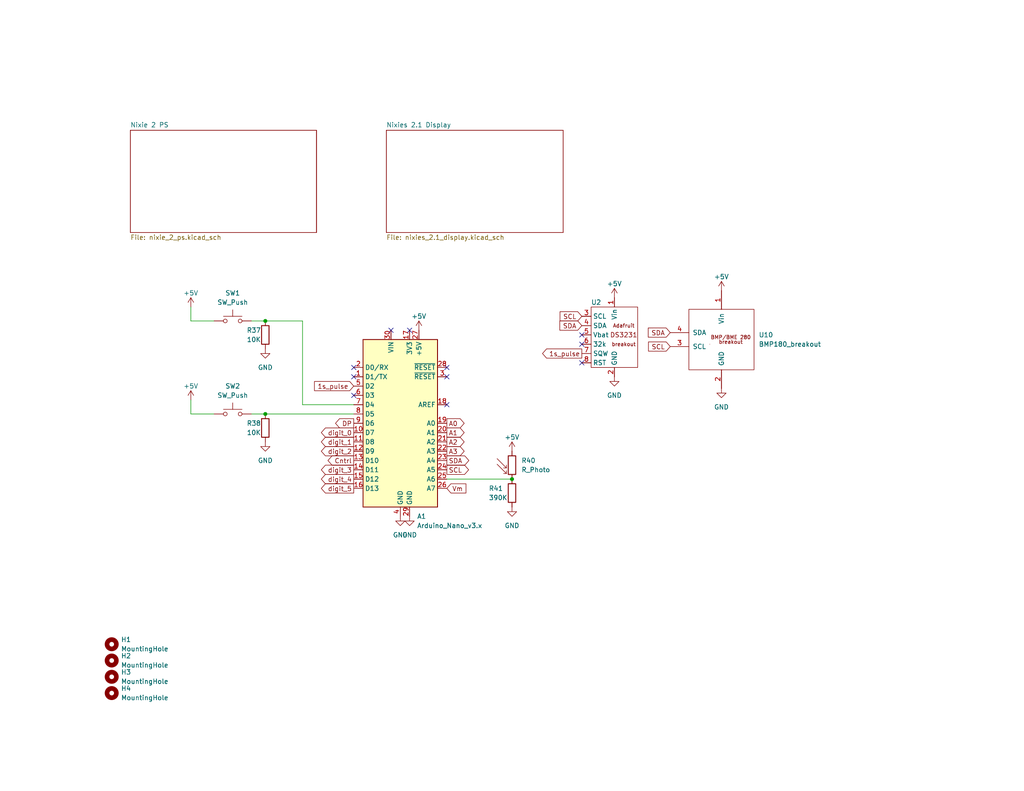
<source format=kicad_sch>
(kicad_sch (version 20230121) (generator eeschema)
  (paper "A")
  (title_block (title "Nixie 2.1 Six Multiplexed X57xM Tubes") (date "2023-01-07") (company "James Gallagher"))
  (lib_symbols
    (symbol "Device:R" (pin_numbers hide) (pin_names (offset 0))
      (property "Reference" "R" (at 2.032 0 90))
      (property "Value" "R" (at 0 0 90))
      (symbol "R_0_1"
        (rectangle (start -1.016 -2.54) (end 1.016 2.54) (stroke (width 0.254)))
      )
      (symbol "R_1_1"
        (pin passive line (at 0 3.81 270) (length 1.27) (name "~") (number "1"))
        (pin passive line (at 0 -3.81 90) (length 1.27) (name "~") (number "2"))
      )
    )
    (symbol "Device:R_Photo" (pin_numbers hide) (pin_names (offset 0))
      (property "Reference" "R" (at 1.27 1.27 0))
      (property "Value" "R_Photo" (at 1.27 0 0))
      (symbol "R_Photo_0_1"
        (rectangle (start -1.016 2.54) (end 1.016 -2.54) (stroke (width 0.254)))
        (polyline (pts (xy -1.524 -2.286) (xy -4.064 0.254)))
        (polyline (pts (xy -1.524 -2.286) (xy -2.286 -2.286)))
        (polyline (pts (xy -1.524 -2.286) (xy -1.524 -1.524)))
        (polyline (pts (xy -1.524 -0.762) (xy -4.064 1.778)))
        (polyline (pts (xy -1.524 -0.762) (xy -2.286 -0.762)))
        (polyline (pts (xy -1.524 -0.762) (xy -1.524 0)))
      )
      (symbol "R_Photo_1_1"
        (pin passive line (at 0 3.81 270) (length 1.27) (name "~") (number "1"))
        (pin passive line (at 0 -3.81 90) (length 1.27) (name "~") (number "2"))
      )
    )
    (symbol "Mechanical:MountingHole" (pin_names (offset 1.016))
      (property "Reference" "H" (at 0 5.08 0))
      (property "Value" "MountingHole" (at 0 3.175 0))
      (symbol "MountingHole_0_1"
        (circle (center 0 0) (radius 1.27) (stroke (width 1.27)))
      )
    )
    (symbol "Switch:SW_Push" (pin_numbers hide) (pin_names (offset 1.016) hide)
      (property "Reference" "SW" (at 1.27 2.54 0))
      (property "Value" "SW_Push" (at 0 -1.524 0))
      (symbol "SW_Push_0_1"
        (circle (center -2.032 0) (radius 0.508))
        (polyline (pts (xy 0 1.27) (xy 0 3.048)))
        (polyline (pts (xy 2.54 1.27) (xy -2.54 1.27)))
        (circle (center 2.032 0) (radius 0.508))
        (pin passive line (at -5.08 0 0) (length 2.54) (name "1") (number "1"))
        (pin passive line (at 5.08 0 180) (length 2.54) (name "2") (number "2"))
      )
    )
    (symbol "nixie-tube-clock-2.1:Adafruit_DS3231_breakout"
      (property "Reference" "U" (at 0 0 0))
      (property "Value" "Adafruit_DS3231_breakout" (at 5.08 -19.05 0))
      (symbol "Adafruit_DS3231_breakout_0_0"
        (text "Adafruit" (at 8.89 -5.08 0) (effects (font (size 1 1))))
        (text "breakout" (at 8.89 -10.16 0) (effects (font (size 1 1))))
        (text "DS3231" (at 8.89 -7.62 0) (effects (font (size 1.27 1.27))))
      )
      (symbol "Adafruit_DS3231_breakout_0_1"
        (rectangle (start 0 0) (end 12.7 -16.51))
      )
      (symbol "Adafruit_DS3231_breakout_1_1"
        (pin power_in line (at 6.35 2.54 270) (length 2.54) (name "Vin") (number "1"))
        (pin power_in line (at 6.35 -19.05 90) (length 2.54) (name "GND") (number "2"))
        (pin input line (at -2.54 -2.54 0) (length 2.54) (name "SCL") (number "3"))
        (pin bidirectional line (at -2.54 -5.08 0) (length 2.54) (name "SDA") (number "4"))
        (pin power_in line (at -2.54 -7.62 0) (length 2.54) (name "Vbat") (number "5"))
        (pin open_collector line (at -2.54 -10.16 0) (length 2.54) (name "32k") (number "6"))
        (pin open_collector line (at -2.54 -12.7 0) (length 2.54) (name "SQW") (number "7"))
        (pin input line (at -2.54 -15.24 0) (length 2.54) (name "RST") (number "8"))
      )
    )
    (symbol "nixie-tube-clock-2.1:Arduino_Nano_v3.x"
      (property "Reference" "A" (at -10.16 23.495 0))
      (property "Value" "Arduino_Nano_v3.x" (at 5.08 -24.13 0))
      (symbol "Arduino_Nano_v3.x_0_1"
        (rectangle (start -10.16 22.86) (end 10.16 -22.86) (stroke (width 0.254)) (fill (type background)))
      )
      (symbol "Arduino_Nano_v3.x_1_1"
        (pin bidirectional line (at -12.7 12.7 0) (length 2.54) (name "D1/TX") (number "1"))
        (pin bidirectional line (at -12.7 -2.54 0) (length 2.54) (name "D7") (number "10"))
        (pin bidirectional line (at -12.7 -5.08 0) (length 2.54) (name "D8") (number "11"))
        (pin bidirectional line (at -12.7 -7.62 0) (length 2.54) (name "D9") (number "12"))
        (pin bidirectional line (at -12.7 -10.16 0) (length 2.54) (name "D10") (number "13"))
        (pin bidirectional line (at -12.7 -12.7 0) (length 2.54) (name "D11") (number "14"))
        (pin bidirectional line (at -12.7 -15.24 0) (length 2.54) (name "D12") (number "15"))
        (pin bidirectional line (at -12.7 -17.78 0) (length 2.54) (name "D13") (number "16"))
        (pin power_out line (at 2.54 25.4 270) (length 2.54) (name "3V3") (number "17"))
        (pin input line (at 12.7 5.08 180) (length 2.54) (name "AREF") (number "18"))
        (pin bidirectional line (at 12.7 0 180) (length 2.54) (name "A0") (number "19"))
        (pin bidirectional line (at -12.7 15.24 0) (length 2.54) (name "D0/RX") (number "2"))
        (pin bidirectional line (at 12.7 -2.54 180) (length 2.54) (name "A1") (number "20"))
        (pin bidirectional line (at 12.7 -5.08 180) (length 2.54) (name "A2") (number "21"))
        (pin bidirectional line (at 12.7 -7.62 180) (length 2.54) (name "A3") (number "22"))
        (pin bidirectional line (at 12.7 -10.16 180) (length 2.54) (name "A4") (number "23"))
        (pin bidirectional line (at 12.7 -12.7 180) (length 2.54) (name "A5") (number "24"))
        (pin bidirectional line (at 12.7 -15.24 180) (length 2.54) (name "A6") (number "25"))
        (pin bidirectional line (at 12.7 -17.78 180) (length 2.54) (name "A7") (number "26"))
        (pin power_in line (at 5.08 25.4 270) (length 2.54) (name "+5V") (number "27"))
        (pin input line (at 12.7 15.24 180) (length 2.54) (name "~{RESET}") (number "28"))
        (pin power_in line (at 2.54 -25.4 90) (length 2.54) (name "GND") (number "29"))
        (pin input line (at 12.7 12.7 180) (length 2.54) (name "~{RESET}") (number "3"))
        (pin power_in line (at -2.54 25.4 270) (length 2.54) (name "VIN") (number "30"))
        (pin power_in line (at 0 -25.4 90) (length 2.54) (name "GND") (number "4"))
        (pin bidirectional line (at -12.7 10.16 0) (length 2.54) (name "D2") (number "5"))
        (pin bidirectional line (at -12.7 7.62 0) (length 2.54) (name "D3") (number "6"))
        (pin bidirectional line (at -12.7 5.08 0) (length 2.54) (name "D4") (number "7"))
        (pin bidirectional line (at -12.7 2.54 0) (length 2.54) (name "D5") (number "8"))
        (pin bidirectional line (at -12.7 0 0) (length 2.54) (name "D6") (number "9"))
      )
    )
    (symbol "nixie-tube-clock-2.1:BMP180_breakout" (pin_names (offset 1.016))
      (property "Reference" "U" (at -1.27 1.27 0))
      (property "Value" "BMP180_breakout" (at 8.89 -33.02 0))
      (symbol "BMP180_breakout_0_0"
        (text "BMP/BME 280" (at 11.43 -7.62 0) (effects (font (size 1 1))))
        (text "breakout" (at 11.43 -8.89 0) (effects (font (size 1 1))))
      )
      (symbol "BMP180_breakout_0_1"
        (rectangle (start 0 0) (end 17.78 -16.51))
        (rectangle (start 5.715 -9.525) (end 5.715 -9.525))
      )
      (symbol "BMP180_breakout_1_1"
        (pin power_in line (at 8.89 5.08 270) (length 5.08) (name "Vin") (number "1"))
        (pin power_in line (at 8.89 -21.59 90) (length 5.08) (name "GND") (number "2"))
        (pin input line (at -5.08 -10.16 0) (length 5.08) (name "SCL") (number "3"))
        (pin bidirectional line (at -5.08 -6.35 0) (length 5.08) (name "SDA") (number "4"))
      )
    )
    (symbol "power:+5V" (power) (pin_names (offset 0))
      (property "Value" "+5V" (at 0 3.556 0))
      (symbol "+5V_0_1"
        (polyline (pts (xy -0.762 1.27) (xy 0 2.54)))
        (polyline (pts (xy 0 0) (xy 0 2.54)))
        (polyline (pts (xy 0 2.54) (xy 0.762 1.27)))
      )
      (symbol "+5V_1_1"
        (pin power_in line (at 0 0 90) (length 0) hide (name "+5V") (number "1"))
      )
    )
    (symbol "power:GND" (power) (pin_names (offset 0))
      (property "Value" "GND" (at 0 -3.81 0))
      (symbol "GND_0_1"
        (polyline (pts (xy 0 0) (xy 0 -1.27) (xy 1.27 -1.27) (xy 0 -2.54) (xy -1.27 -1.27) (xy 0 -1.27)))
      )
      (symbol "GND_1_1"
        (pin power_in line (at 0 0 270) (length 0) hide (name "GND") (number "1"))
      )
    )
  )
  (junction (at 72.39 87.63))
  (junction (at 139.7 130.81))
  (junction (at 72.39 113.03))
  (no_connect (at 158.75 91.44))
  (no_connect (at 158.75 93.98))
  (no_connect (at 158.75 99.06))
  (no_connect (at 121.92 110.49))
  (no_connect (at 96.52 102.87))
  (no_connect (at 96.52 100.33))
  (no_connect (at 121.92 102.87))
  (no_connect (at 121.92 100.33))
  (no_connect (at 106.68 90.17))
  (no_connect (at 111.76 90.17))
  (no_connect (at 96.52 107.95))
  (wire (pts (xy 96.52 110.49) (xy 82.55 110.49)))
  (wire (pts (xy 121.92 130.81) (xy 139.7 130.81)))
  (wire (pts (xy 72.39 113.03) (xy 96.52 113.03)))
  (wire (pts (xy 52.07 83.82) (xy 52.07 87.63)))
  (wire (pts (xy 68.58 87.63) (xy 72.39 87.63)))
  (wire (pts (xy 82.55 110.49) (xy 82.55 87.63)))
  (wire (pts (xy 72.39 87.63) (xy 82.55 87.63)))
  (wire (pts (xy 52.07 87.63) (xy 58.42 87.63)))
  (wire (pts (xy 52.07 113.03) (xy 58.42 113.03)))
  (wire (pts (xy 68.58 113.03) (xy 72.39 113.03)))
  (wire (pts (xy 52.07 109.22) (xy 52.07 113.03)))
  (global_label "digit_4" (shape output) (at 96.52 130.81 180) (property "Intersheetrefs" "${INTERSHEET_REFS}" (effects hide)))
  (global_label "digit_0" (shape output) (at 96.52 118.11 180) (property "Intersheetrefs" "${INTERSHEET_REFS}" (effects hide)))
  (global_label "SCL" (shape input) (at 158.75 86.36 180) (property "Intersheetrefs" "${INTERSHEET_REFS}" (effects hide)))
  (global_label "DP" (shape output) (at 96.52 115.57 180) (property "Intersheetrefs" "${INTERSHEET_REFS}" (effects hide)))
  (global_label "SDA" (shape input) (at 182.88 90.805 180) (property "Intersheetrefs" "${INTERSHEET_REFS}" (effects hide)))
  (global_label "digit_2" (shape output) (at 96.52 123.19 180) (property "Intersheetrefs" "${INTERSHEET_REFS}" (effects hide)))
  (global_label "SDA" (shape input) (at 158.75 88.9 180) (property "Intersheetrefs" "${INTERSHEET_REFS}" (effects hide)))
  (global_label "A0" (shape output) (at 121.92 115.57 0) (property "Intersheetrefs" "${INTERSHEET_REFS}" (effects hide)))
  (global_label "SDA" (shape output) (at 121.92 125.73 0) (property "Intersheetrefs" "${INTERSHEET_REFS}" (effects hide)))
  (global_label "Cntrl" (shape output) (at 96.52 125.73 180) (property "Intersheetrefs" "${INTERSHEET_REFS}" (effects hide)))
  (global_label "SCL" (shape input) (at 182.88 94.615 180) (property "Intersheetrefs" "${INTERSHEET_REFS}" (effects hide)))
  (global_label "SCL" (shape output) (at 121.92 128.27 0) (property "Intersheetrefs" "${INTERSHEET_REFS}" (effects hide)))
  (global_label "A3" (shape output) (at 121.92 123.19 0) (property "Intersheetrefs" "${INTERSHEET_REFS}" (effects hide)))
  (global_label "A2" (shape output) (at 121.92 120.65 0) (property "Intersheetrefs" "${INTERSHEET_REFS}" (effects hide)))
  (global_label "1s_pulse" (shape input) (at 96.52 105.41 180) (property "Intersheetrefs" "${INTERSHEET_REFS}" (effects hide)))
  (global_label "digit_1" (shape output) (at 96.52 120.65 180) (property "Intersheetrefs" "${INTERSHEET_REFS}" (effects hide)))
  (global_label "digit_5" (shape output) (at 96.52 133.35 180) (property "Intersheetrefs" "${INTERSHEET_REFS}" (effects hide)))
  (global_label "A1" (shape output) (at 121.92 118.11 0) (property "Intersheetrefs" "${INTERSHEET_REFS}" (effects hide)))
  (global_label "digit_3" (shape output) (at 96.52 128.27 180) (property "Intersheetrefs" "${INTERSHEET_REFS}" (effects hide)))
  (global_label "1s_pulse" (shape output) (at 158.75 96.52 180) (property "Intersheetrefs" "${INTERSHEET_REFS}" (effects hide)))
  (global_label "Vm" (shape input) (at 121.92 133.35 0) (property "Intersheetrefs" "${INTERSHEET_REFS}" (effects hide)))
  (symbol (lib_id "power:GND") (at 109.22 140.97 0) (unit 1)
    (property "Reference" "#PWR0124" (effects hide))
    (property "Value" "GND" (at 109.22 146.05 0))
  )
  (symbol (lib_id "Mechanical:MountingHole") (at 30.48 175.895 0) (unit 1)
    (property "Reference" "H1" (at 33.02 174.6249 0) (effects (justify left)))
    (property "Value" "MountingHole" (at 33.02 177.1649 0) (effects (justify left)))
    (property "Footprint" "MountingHole:MountingHole_3mm" (effects hide))
  )
  (symbol (lib_id "nixie-tube-clock-2.1:Adafruit_DS3231_breakout") (at 161.29 83.82 0) (unit 1) (in_bom no)
    (property "Reference" "U2" (at 161.29 82.55 0) (effects (justify left)))
    (property "Value" "Adafruit_DS3231_breakout" (effects hide))
    (property "Footprint" "nixie-2.1-footprints:Adafruit_DS3231_breakout" (effects hide))
  )
  (symbol (lib_id "power:GND") (at 167.64 102.87 0) (unit 1)
    (property "Reference" "#PWR0128" (effects hide))
    (property "Value" "GND" (at 167.64 107.95 0))
  )
  (symbol (lib_id "Switch:SW_Push") (at 63.5 87.63 0) (unit 1)
    (property "Reference" "SW1" (at 63.5 80.01 0))
    (property "Value" "SW_Push" (at 63.5 82.55 0))
    (property "Footprint" "Button_Switch_THT:SW_PUSH_6mm" (effects hide))
  )
  (symbol (lib_id "power:GND") (at 72.39 120.65 0) (unit 1)
    (property "Reference" "#PWR0122" (effects hide))
    (property "Value" "GND" (at 72.39 125.73 0))
  )
  (symbol (lib_id "power:+5V") (at 196.85 79.375 0) (unit 1)
    (property "Reference" "#PWR035" (effects hide))
    (property "Value" "+5V" (at 196.85 75.565 0))
  )
  (symbol (lib_id "Switch:SW_Push") (at 63.5 113.03 0) (unit 1)
    (property "Reference" "SW2" (at 63.5 105.41 0))
    (property "Value" "SW_Push" (at 63.5 107.95 0))
    (property "Footprint" "Button_Switch_THT:SW_PUSH_6mm" (effects hide))
  )
  (symbol (lib_id "Device:R_Photo") (at 139.7 127 0) (unit 1)
    (property "Reference" "R40" (at 142.24 125.7299 0) (effects (justify left)))
    (property "Value" "R_Photo" (at 142.24 128.2699 0) (effects (justify left)))
    (property "Footprint" "nixie-2.1-footprints:R_LDR_5.1x4.3mm_P3.9mm_Vertical" (effects hide))
  )
  (symbol (lib_id "power:+5V") (at 139.7 123.19 0) (unit 1)
    (property "Reference" "#PWR09" (effects hide))
    (property "Value" "+5V" (at 139.7 119.38 0))
  )
  (symbol (lib_id "power:GND") (at 111.76 140.97 0) (unit 1)
    (property "Reference" "#PWR0123" (effects hide))
    (property "Value" "GND" (at 111.76 146.05 0))
  )
  (symbol (lib_id "Device:R") (at 72.39 91.44 0) (unit 1)
    (property "Reference" "R37" (at 67.31 90.17 0) (effects (justify left)))
    (property "Value" "10K" (at 67.31 92.71 0) (effects (justify left)))
    (property "Footprint" "Resistor_THT:R_Axial_DIN0207_L6.3mm_D2.5mm_P7.62mm_Horizontal" (effects hide))
  )
  (symbol (lib_id "Mechanical:MountingHole") (at 30.48 189.23 0) (unit 1)
    (property "Reference" "H4" (at 33.02 187.9599 0) (effects (justify left)))
    (property "Value" "MountingHole" (at 33.02 190.4999 0) (effects (justify left)))
    (property "Footprint" "MountingHole:MountingHole_3mm" (effects hide))
  )
  (symbol (lib_id "power:+5V") (at 167.64 81.28 0) (unit 1)
    (property "Reference" "#PWR0116" (effects hide))
    (property "Value" "+5V" (at 167.64 77.47 0))
  )
  (symbol (lib_id "Device:R") (at 139.7 134.62 0) (unit 1)
    (property "Reference" "R41" (at 133.35 133.35 0) (effects (justify left)))
    (property "Value" "390K" (at 133.35 135.89 0) (effects (justify left)))
    (property "Footprint" "Resistor_THT:R_Axial_DIN0207_L6.3mm_D2.5mm_P7.62mm_Horizontal" (effects hide))
  )
  (symbol (lib_id "Device:R") (at 72.39 116.84 0) (unit 1)
    (property "Reference" "R38" (at 67.31 115.57 0) (effects (justify left)))
    (property "Value" "10K" (at 67.31 118.11 0) (effects (justify left)))
    (property "Footprint" "Resistor_THT:R_Axial_DIN0207_L6.3mm_D2.5mm_P7.62mm_Horizontal" (effects hide))
  )
  (symbol (lib_id "power:GND") (at 72.39 95.25 0) (unit 1)
    (property "Reference" "#PWR0121" (effects hide))
    (property "Value" "GND" (at 72.39 100.33 0))
  )
  (symbol (lib_id "nixie-tube-clock-2.1:Arduino_Nano_v3.x") (at 109.22 115.57 0) (unit 1)
    (property "Reference" "A1" (at 113.7794 140.97 0) (effects (justify left)))
    (property "Value" "Arduino_Nano_v3.x" (at 113.7794 143.51 0) (effects (justify left)))
    (property "Footprint" "Module:Arduino_Nano" (effects hide))
    (property "Datasheet" "http://www.mouser.com/pdfdocs/Gravitech_Arduino_Nano3_0.pdf" (effects hide))
  )
  (symbol (lib_id "Mechanical:MountingHole") (at 30.48 184.785 0) (unit 1)
    (property "Reference" "H3" (at 33.02 183.5149 0) (effects (justify left)))
    (property "Value" "MountingHole" (at 33.02 186.0549 0) (effects (justify left)))
    (property "Footprint" "MountingHole:MountingHole_3mm" (effects hide))
  )
  (symbol (lib_id "power:+5V") (at 114.3 90.17 0) (unit 1)
    (property "Reference" "#PWR0115" (effects hide))
    (property "Value" "+5V" (at 114.3 86.36 0))
  )
  (symbol (lib_id "Mechanical:MountingHole") (at 30.48 180.34 0) (unit 1)
    (property "Reference" "H2" (at 33.02 179.0699 0) (effects (justify left)))
    (property "Value" "MountingHole" (at 33.02 181.6099 0) (effects (justify left)))
    (property "Footprint" "MountingHole:MountingHole_3mm" (effects hide))
  )
  (symbol (lib_id "power:GND") (at 139.7 138.43 0) (unit 1)
    (property "Reference" "#PWR010" (effects hide))
    (property "Value" "GND" (at 139.7 143.51 0))
  )
  (symbol (lib_id "power:GND") (at 196.85 106.045 0) (unit 1)
    (property "Reference" "#PWR036" (effects hide))
    (property "Value" "GND" (at 196.85 111.125 0))
  )
  (symbol (lib_id "nixie-tube-clock-2.1:BMP180_breakout") (at 187.96 84.455 0) (unit 1)
    (property "Reference" "U10" (at 207.01 91.4399 0) (effects (justify left)))
    (property "Value" "BMP180_breakout" (at 207.01 93.9799 0) (effects (justify left)))
    (property "Footprint" "nixie-2.1-footprints:BMP280_bb" (effects hide))
  )
  (symbol (lib_id "power:+5V") (at 52.07 83.82 0) (unit 1)
    (property "Reference" "#PWR07" (effects hide))
    (property "Value" "+5V" (at 52.07 80.01 0))
  )
  (symbol (lib_id "power:+5V") (at 52.07 109.22 0) (unit 1)
    (property "Reference" "#PWR08" (effects hide))
    (property "Value" "+5V" (at 52.07 105.41 0))
  )
  (sheet (at 35.56 35.56) (size 50.8 27.94) (stroke (width 0.1524))
    (property "Sheetname" "Nixie 2 PS" (at 35.56 34.8484 0) (effects (justify left bottom)))
    (property "Sheetfile" "nixie_2_ps.kicad_sch" (at 35.56 64.0846 0) (effects (justify left top)))
  )
  (sheet (at 105.41 35.56) (size 48.26 27.94) (stroke (width 0.1524))
    (property "Sheetname" "Nixies 2.1 Display" (at 105.41 34.8484 0) (effects (justify left bottom)))
    (property "Sheetfile" "nixies_2.1_display.kicad_sch" (at 105.41 64.0846 0) (effects (justify left top)))
  )
)
</source>
